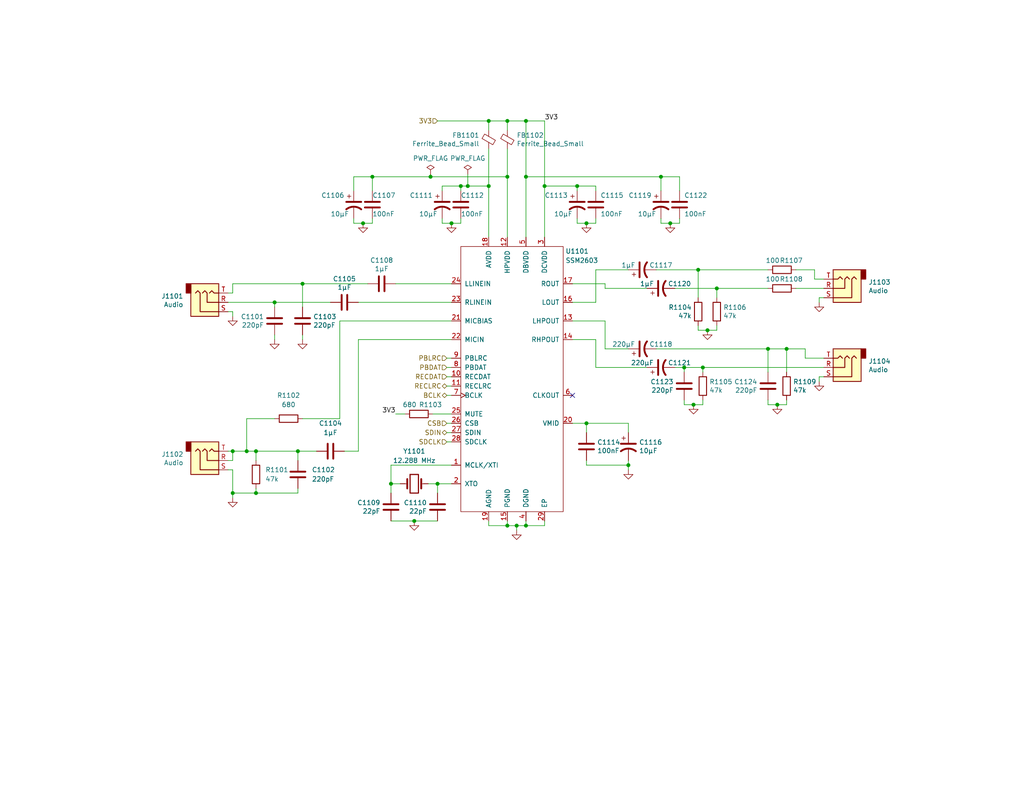
<source format=kicad_sch>
(kicad_sch (version 20211123) (generator eeschema)
  (paper "A")
  (title_block (title "Audio") (date "2022-01-11") (rev "${Version}") (company "RetroComputing Reproductions"))
  (lib_symbols
    (symbol "Connector:AudioJack3"
      (property "Reference" "J" (at 0 8.89 0))
      (property "Value" "Connector_AudioJack3" (at 0 6.35 0))
      (symbol "AudioJack3_0_1"
        (rectangle (start -5.08 -5.08) (end -6.35 -2.54) (stroke (width 0.254)) (fill (type outline)))
        (polyline (pts (xy 0 -2.54) (xy 0.635 -3.175) (xy 1.27 -2.54) (xy 2.54 -2.54)) (stroke (width 0.254)))
        (polyline (pts (xy -1.905 -2.54) (xy -1.27 -3.175) (xy -0.635 -2.54) (xy -0.635 0) (xy 2.54 0)) (stroke (width 0.254)))
        (polyline (pts (xy 2.54 2.54) (xy -2.54 2.54) (xy -2.54 -2.54) (xy -3.175 -3.175) (xy -3.81 -2.54)) (stroke (width 0.254)))
        (rectangle (start 2.54 3.81) (end -5.08 -5.08) (stroke (width 0.254)) (fill (type background)))
      )
      (symbol "AudioJack3_1_1"
        (pin passive line (at 5.08 0 180) (length 2.54) (name "~") (number "R"))
        (pin passive line (at 5.08 2.54 180) (length 2.54) (name "~") (number "S"))
        (pin passive line (at 5.08 -2.54 180) (length 2.54) (name "~") (number "T"))
      )
    )
    (symbol "Device:C" (pin_numbers hide) (pin_names (offset 0.254))
      (property "Reference" "C" (at 0.635 2.54 0))
      (property "Value" "Device_C" (at 0.635 -2.54 0))
      (symbol "C_0_1"
        (polyline (pts (xy -2.032 -0.762) (xy 2.032 -0.762)) (stroke (width 0.508)))
        (polyline (pts (xy -2.032 0.762) (xy 2.032 0.762)) (stroke (width 0.508)))
      )
      (symbol "C_1_1"
        (pin passive line (at 0 3.81 270) (length 2.794) (name "~") (number "1"))
        (pin passive line (at 0 -3.81 90) (length 2.794) (name "~") (number "2"))
      )
    )
    (symbol "Device:CP1" (pin_numbers hide) (pin_names (offset 0.254) hide)
      (property "Reference" "C" (at 0.635 2.54 0))
      (property "Value" "Device_CP1" (at 0.635 -2.54 0))
      (symbol "CP1_0_1"
        (polyline (pts (xy -2.032 0.762) (xy 2.032 0.762)) (stroke (width 0.508)))
        (polyline (pts (xy -1.778 2.286) (xy -0.762 2.286)))
        (polyline (pts (xy -1.27 1.778) (xy -1.27 2.794)))
        (arc (start 2.032 -1.27) (mid 0 -0.5572) (end -2.032 -1.27) (stroke (width 0.508)))
      )
      (symbol "CP1_1_1"
        (pin passive line (at 0 3.81 270) (length 2.794) (name "~") (number "1"))
        (pin passive line (at 0 -3.81 90) (length 3.302) (name "~") (number "2"))
      )
    )
    (symbol "Device:Crystal" (pin_numbers hide) (pin_names (offset 1.016) hide)
      (property "Reference" "Y" (at 0 3.81 0))
      (property "Value" "Device_Crystal" (at 0 -3.81 0))
      (symbol "Crystal_0_1"
        (rectangle (start -1.143 2.54) (end 1.143 -2.54) (stroke (width 0.3048)))
        (polyline (pts (xy -2.54 0) (xy -1.905 0)))
        (polyline (pts (xy -1.905 -1.27) (xy -1.905 1.27)) (stroke (width 0.508)))
        (polyline (pts (xy 1.905 -1.27) (xy 1.905 1.27)) (stroke (width 0.508)))
        (polyline (pts (xy 2.54 0) (xy 1.905 0)))
      )
      (symbol "Crystal_1_1"
        (pin passive line (at -3.81 0 0) (length 1.27) (name "1") (number "1"))
        (pin passive line (at 3.81 0 180) (length 1.27) (name "2") (number "2"))
      )
    )
    (symbol "Device:Ferrite_Bead_Small" (pin_numbers hide) (pin_names (offset 0))
      (property "Reference" "FB" (at 1.905 1.27 0))
      (property "Value" "Device_Ferrite_Bead_Small" (at 1.905 -1.27 0))
      (symbol "Ferrite_Bead_Small_0_1"
        (polyline (pts (xy 0 -1.27) (xy 0 -0.7874)))
        (polyline (pts (xy 0 0.889) (xy 0 1.2954)))
        (polyline (pts (xy -1.8288 0.2794) (xy -1.1176 1.4986) (xy 1.8288 -0.2032) (xy 1.1176 -1.4224) (xy -1.8288 0.2794)))
      )
      (symbol "Ferrite_Bead_Small_1_1"
        (pin passive line (at 0 2.54 270) (length 1.27) (name "~") (number "1"))
        (pin passive line (at 0 -2.54 90) (length 1.27) (name "~") (number "2"))
      )
    )
    (symbol "Device:R" (pin_numbers hide) (pin_names (offset 0))
      (property "Reference" "R" (at 2.032 0 90))
      (property "Value" "Device_R" (at 0 0 90))
      (symbol "R_0_1"
        (rectangle (start -1.016 -2.54) (end 1.016 2.54) (stroke (width 0.254)))
      )
      (symbol "R_1_1"
        (pin passive line (at 0 3.81 270) (length 1.27) (name "~") (number "1"))
        (pin passive line (at 0 -3.81 90) (length 1.27) (name "~") (number "2"))
      )
    )
    (symbol "myLib:SSM2603" (pin_names (offset 1.016))
      (property "Reference" "U" (at 25.4 11.43 0))
      (property "Value" "myLib_SSM2603" (at 0 11.43 0))
      (symbol "SSM2603_0_1"
        (rectangle (start 0 10.16) (end 27.94 -62.23))
      )
      (symbol "SSM2603_1_1"
        (pin input line (at -2.54 -49.53 0) (length 2.54) (name "MCLK/XTI") (number "1"))
        (pin input line (at -2.54 -25.4 0) (length 2.54) (name "RECDAT") (number "10"))
        (pin bidirectional line (at -2.54 -27.94 0) (length 2.54) (name "RECLRC") (number "11"))
        (pin power_in line (at 12.7 12.7 270) (length 2.54) (name "HPVDD") (number "12"))
        (pin output line (at 30.48 -10.16 180) (length 2.54) (name "LHPOUT") (number "13"))
        (pin output line (at 30.48 -15.24 180) (length 2.54) (name "RHPOUT") (number "14"))
        (pin power_in line (at 12.7 -64.77 90) (length 2.54) (name "PGND") (number "15"))
        (pin output line (at 30.48 -5.08 180) (length 2.54) (name "LOUT") (number "16"))
        (pin output line (at 30.48 0 180) (length 2.54) (name "ROUT") (number "17"))
        (pin power_in line (at 7.62 12.7 270) (length 2.54) (name "AVDD") (number "18"))
        (pin power_in line (at 7.62 -64.77 90) (length 2.54) (name "AGND") (number "19"))
        (pin output line (at -2.54 -54.61 0) (length 2.54) (name "XTO") (number "2"))
        (pin output line (at 30.48 -38.1 180) (length 2.54) (name "VMID") (number "20"))
        (pin output line (at -2.54 -10.16 0) (length 2.54) (name "MICBIAS") (number "21"))
        (pin input line (at -2.54 -15.24 0) (length 2.54) (name "MICIN") (number "22"))
        (pin input line (at -2.54 -5.08 0) (length 2.54) (name "RLINEIN") (number "23"))
        (pin input line (at -2.54 0 0) (length 2.54) (name "LLINEIN") (number "24"))
        (pin input line (at -2.54 -35.56 0) (length 2.54) (name "MUTE") (number "25"))
        (pin input line (at -2.54 -38.1 0) (length 2.54) (name "CSB") (number "26"))
        (pin bidirectional line (at -2.54 -40.64 0) (length 2.54) (name "SDIN") (number "27"))
        (pin input line (at -2.54 -43.18 0) (length 2.54) (name "SDCLK") (number "28"))
        (pin power_in line (at 22.86 -64.77 90) (length 2.54) (name "EP") (number "29"))
        (pin power_in line (at 22.86 12.7 270) (length 2.54) (name "DCVDD") (number "3"))
        (pin power_in line (at 17.78 -64.77 90) (length 2.54) (name "DGND") (number "4"))
        (pin power_in line (at 17.78 12.7 270) (length 2.54) (name "DBVDD") (number "5"))
        (pin output line (at 30.48 -30.48 180) (length 2.54) (name "CLKOUT") (number "6"))
        (pin bidirectional clock (at -2.54 -30.48 0) (length 2.54) (name "BCLK") (number "7"))
        (pin input line (at -2.54 -22.86 0) (length 2.54) (name "PBDAT") (number "8"))
        (pin input line (at -2.54 -20.32 0) (length 2.54) (name "PBLRC") (number "9"))
      )
    )
    (symbol "power:GND" (power) (pin_names (offset 0))
      (property "Value" "power_GND" (at 0 -3.81 0))
      (symbol "GND_0_1"
        (polyline (pts (xy 0 0) (xy 0 -1.27) (xy 1.27 -1.27) (xy 0 -2.54) (xy -1.27 -1.27) (xy 0 -1.27)))
      )
      (symbol "GND_1_1"
        (pin power_in line (at 0 0 270) (length 0) hide (name "GND") (number "1"))
      )
    )
    (symbol "power:PWR_FLAG" (power) (pin_numbers hide) (pin_names (offset 0) hide)
      (property "Value" "power_PWR_FLAG" (at 0 3.81 0))
      (symbol "PWR_FLAG_0_0"
        (pin power_out line (at 0 0 90) (length 0) (name "pwr") (number "1"))
      )
      (symbol "PWR_FLAG_0_1"
        (polyline (pts (xy 0 0) (xy 0 1.27) (xy -1.016 1.905) (xy 0 2.54) (xy 1.016 1.905) (xy 0 1.27)))
      )
    )
  )
  (junction (at 99.06 60.96))
  (junction (at 214.63 95.25))
  (junction (at 138.43 33.02))
  (junction (at 143.51 33.02))
  (junction (at 74.93 82.55))
  (junction (at 160.02 60.96))
  (junction (at 171.45 127))
  (junction (at 209.55 95.25))
  (junction (at 67.31 123.19))
  (junction (at 195.58 78.74))
  (junction (at 157.48 50.8))
  (junction (at 186.69 100.33))
  (junction (at 212.09 110.49))
  (junction (at 106.68 132.08))
  (junction (at 69.85 123.19))
  (junction (at 63.5 134.62))
  (junction (at 127.635 50.8))
  (junction (at 117.475 48.26))
  (junction (at 119.38 132.08))
  (junction (at 125.73 50.8))
  (junction (at 143.51 143.51))
  (junction (at 123.19 60.96))
  (junction (at 69.85 134.62))
  (junction (at 160.02 115.57))
  (junction (at 189.23 110.49))
  (junction (at 193.04 90.17))
  (junction (at 140.97 143.51))
  (junction (at 133.35 33.02))
  (junction (at 191.77 100.33))
  (junction (at 148.59 50.8))
  (junction (at 113.03 142.24))
  (junction (at 133.35 50.8))
  (junction (at 190.5 73.66))
  (junction (at 143.51 48.26))
  (junction (at 138.43 143.51))
  (junction (at 63.5 123.19))
  (junction (at 82.55 77.47))
  (junction (at 182.88 60.96))
  (junction (at 180.34 48.26))
  (junction (at 101.6 48.26))
  (junction (at 138.43 48.26))
  (junction (at 81.28 123.19))
  (no_connect (at 156.21 107.95))
  (wire (pts (xy 156.21 92.71) (xy 162.56 92.71)))
  (wire (pts (xy 97.79 123.19) (xy 97.79 92.71)))
  (wire (pts (xy 69.85 123.19) (xy 81.28 123.19)))
  (wire (pts (xy 186.69 100.33) (xy 191.77 100.33)))
  (wire (pts (xy 217.17 78.74) (xy 224.79 78.74)))
  (wire (pts (xy 138.43 35.56) (xy 138.43 33.02)))
  (wire (pts (xy 191.77 110.49) (xy 191.77 109.22)))
  (wire (pts (xy 74.93 114.3) (xy 67.31 114.3)))
  (wire (pts (xy 67.31 114.3) (xy 67.31 123.19)))
  (wire (pts (xy 62.23 85.09) (xy 63.5 85.09)))
  (wire (pts (xy 180.34 60.96) (xy 182.88 60.96)))
  (wire (pts (xy 97.79 82.55) (xy 123.19 82.55)))
  (wire (pts (xy 214.63 101.6) (xy 214.63 95.25)))
  (wire (pts (xy 92.71 114.3) (xy 82.55 114.3)))
  (wire (pts (xy 157.48 60.96) (xy 160.02 60.96)))
  (wire (pts (xy 138.43 143.51) (xy 140.97 143.51)))
  (wire (pts (xy 138.43 33.02) (xy 133.35 33.02)))
  (wire (pts (xy 186.69 101.6) (xy 186.69 100.33)))
  (wire (pts (xy 125.73 52.07) (xy 125.73 50.8)))
  (wire (pts (xy 214.63 110.49) (xy 214.63 109.22)))
  (wire (pts (xy 63.5 80.01) (xy 63.5 77.47)))
  (wire (pts (xy 143.51 143.51) (xy 148.59 143.51)))
  (wire (pts (xy 63.5 125.73) (xy 63.5 123.19)))
  (wire (pts (xy 223.52 104.14) (xy 223.52 102.87)))
  (wire (pts (xy 186.69 109.22) (xy 186.69 110.49)))
  (wire (pts (xy 148.59 50.8) (xy 148.59 64.77)))
  (wire (pts (xy 143.51 33.02) (xy 138.43 33.02)))
  (wire (pts (xy 138.43 143.51) (xy 138.43 142.24)))
  (wire (pts (xy 184.15 78.74) (xy 195.58 78.74)))
  (wire (pts (xy 156.21 87.63) (xy 165.1 87.63)))
  (wire (pts (xy 121.92 105.41) (xy 123.19 105.41)))
  (wire (pts (xy 96.52 52.07) (xy 96.52 48.26)))
  (wire (pts (xy 162.56 50.8) (xy 157.48 50.8)))
  (wire (pts (xy 96.52 59.69) (xy 96.52 60.96)))
  (wire (pts (xy 125.73 50.8) (xy 127.635 50.8)))
  (wire (pts (xy 209.55 101.6) (xy 209.55 95.25)))
  (wire (pts (xy 214.63 95.25) (xy 219.71 95.25)))
  (wire (pts (xy 74.93 92.71) (xy 74.93 91.44)))
  (wire (pts (xy 186.69 110.49) (xy 189.23 110.49)))
  (wire (pts (xy 81.28 125.73) (xy 81.28 123.19)))
  (wire (pts (xy 165.1 95.25) (xy 171.45 95.25)))
  (wire (pts (xy 106.68 127) (xy 123.19 127)))
  (wire (pts (xy 119.38 132.08) (xy 123.19 132.08)))
  (wire (pts (xy 121.92 100.33) (xy 123.19 100.33)))
  (wire (pts (xy 185.42 48.26) (xy 180.34 48.26)))
  (wire (pts (xy 190.5 90.17) (xy 193.04 90.17)))
  (wire (pts (xy 117.475 48.26) (xy 138.43 48.26)))
  (wire (pts (xy 160.02 118.11) (xy 160.02 115.57)))
  (wire (pts (xy 63.5 85.09) (xy 63.5 86.36)))
  (wire (pts (xy 160.02 127) (xy 160.02 125.73)))
  (wire (pts (xy 119.38 134.62) (xy 119.38 132.08)))
  (wire (pts (xy 117.475 47.625) (xy 117.475 48.26)))
  (wire (pts (xy 148.59 143.51) (xy 148.59 142.24)))
  (wire (pts (xy 179.07 73.66) (xy 190.5 73.66)))
  (wire (pts (xy 63.5 77.47) (xy 82.55 77.47)))
  (wire (pts (xy 222.25 73.66) (xy 217.17 73.66)))
  (wire (pts (xy 160.02 115.57) (xy 171.45 115.57)))
  (wire (pts (xy 162.56 100.33) (xy 176.53 100.33)))
  (wire (pts (xy 157.48 52.07) (xy 157.48 50.8)))
  (wire (pts (xy 190.5 88.9) (xy 190.5 90.17)))
  (wire (pts (xy 106.68 134.62) (xy 106.68 132.08)))
  (wire (pts (xy 62.23 128.27) (xy 63.5 128.27)))
  (wire (pts (xy 143.51 48.26) (xy 180.34 48.26)))
  (wire (pts (xy 81.28 123.19) (xy 86.36 123.19)))
  (wire (pts (xy 140.97 143.51) (xy 143.51 143.51)))
  (wire (pts (xy 195.58 90.17) (xy 195.58 88.9)))
  (wire (pts (xy 101.6 60.96) (xy 101.6 59.69)))
  (wire (pts (xy 62.23 125.73) (xy 63.5 125.73)))
  (wire (pts (xy 106.68 132.08) (xy 106.68 127)))
  (wire (pts (xy 162.56 73.66) (xy 162.56 82.55)))
  (wire (pts (xy 82.55 92.71) (xy 82.55 91.44)))
  (wire (pts (xy 148.59 33.02) (xy 148.59 50.8)))
  (wire (pts (xy 165.1 87.63) (xy 165.1 95.25)))
  (wire (pts (xy 121.92 107.95) (xy 123.19 107.95)))
  (wire (pts (xy 209.55 110.49) (xy 212.09 110.49)))
  (wire (pts (xy 143.51 143.51) (xy 143.51 142.24)))
  (wire (pts (xy 107.95 77.47) (xy 123.19 77.47)))
  (wire (pts (xy 101.6 48.26) (xy 117.475 48.26)))
  (wire (pts (xy 101.6 52.07) (xy 101.6 48.26)))
  (wire (pts (xy 120.65 60.96) (xy 123.19 60.96)))
  (wire (pts (xy 138.43 40.64) (xy 138.43 48.26)))
  (wire (pts (xy 99.06 60.96) (xy 101.6 60.96)))
  (wire (pts (xy 157.48 59.69) (xy 157.48 60.96)))
  (wire (pts (xy 109.22 132.08) (xy 106.68 132.08)))
  (wire (pts (xy 190.5 81.28) (xy 190.5 73.66)))
  (wire (pts (xy 156.21 77.47) (xy 165.1 77.47)))
  (wire (pts (xy 171.45 127) (xy 160.02 127)))
  (wire (pts (xy 82.55 83.82) (xy 82.55 77.47)))
  (wire (pts (xy 212.09 110.49) (xy 214.63 110.49)))
  (wire (pts (xy 180.34 59.69) (xy 180.34 60.96)))
  (wire (pts (xy 106.68 142.24) (xy 113.03 142.24)))
  (wire (pts (xy 189.23 110.49) (xy 191.77 110.49)))
  (wire (pts (xy 171.45 115.57) (xy 171.45 118.11)))
  (wire (pts (xy 143.51 33.02) (xy 143.51 48.26)))
  (wire (pts (xy 179.07 95.25) (xy 209.55 95.25)))
  (wire (pts (xy 156.21 82.55) (xy 162.56 82.55)))
  (wire (pts (xy 165.1 77.47) (xy 165.1 78.74)))
  (wire (pts (xy 63.5 134.62) (xy 69.85 134.62)))
  (wire (pts (xy 121.92 102.87) (xy 123.19 102.87)))
  (wire (pts (xy 67.31 123.19) (xy 69.85 123.19)))
  (wire (pts (xy 133.35 35.56) (xy 133.35 33.02)))
  (wire (pts (xy 62.23 80.01) (xy 63.5 80.01)))
  (wire (pts (xy 123.19 113.03) (xy 118.11 113.03)))
  (wire (pts (xy 96.52 60.96) (xy 99.06 60.96)))
  (wire (pts (xy 63.5 134.62) (xy 63.5 135.89)))
  (wire (pts (xy 127.635 47.625) (xy 127.635 50.8)))
  (wire (pts (xy 156.21 115.57) (xy 160.02 115.57)))
  (wire (pts (xy 171.45 127) (xy 171.45 125.73)))
  (wire (pts (xy 195.58 81.28) (xy 195.58 78.74)))
  (wire (pts (xy 148.59 50.8) (xy 157.48 50.8)))
  (wire (pts (xy 127.635 50.8) (xy 133.35 50.8)))
  (wire (pts (xy 116.84 132.08) (xy 119.38 132.08)))
  (wire (pts (xy 162.56 60.96) (xy 162.56 59.69)))
  (wire (pts (xy 69.85 134.62) (xy 81.28 134.62)))
  (wire (pts (xy 63.5 128.27) (xy 63.5 134.62)))
  (wire (pts (xy 224.79 76.2) (xy 222.25 76.2)))
  (wire (pts (xy 121.92 120.65) (xy 123.19 120.65)))
  (wire (pts (xy 133.35 33.02) (xy 119.38 33.02)))
  (wire (pts (xy 133.35 143.51) (xy 138.43 143.51)))
  (wire (pts (xy 222.25 76.2) (xy 222.25 73.66)))
  (wire (pts (xy 162.56 73.66) (xy 171.45 73.66)))
  (wire (pts (xy 125.73 60.96) (xy 123.19 60.96)))
  (wire (pts (xy 165.1 78.74) (xy 176.53 78.74)))
  (wire (pts (xy 120.65 59.69) (xy 120.65 60.96)))
  (wire (pts (xy 120.65 52.07) (xy 120.65 50.8)))
  (wire (pts (xy 190.5 73.66) (xy 209.55 73.66)))
  (wire (pts (xy 219.71 97.79) (xy 219.71 95.25)))
  (wire (pts (xy 143.51 48.26) (xy 143.51 64.77)))
  (wire (pts (xy 62.23 123.19) (xy 63.5 123.19)))
  (wire (pts (xy 74.93 82.55) (xy 90.17 82.55)))
  (wire (pts (xy 138.43 48.26) (xy 138.43 64.77)))
  (wire (pts (xy 82.55 77.47) (xy 100.33 77.47)))
  (wire (pts (xy 63.5 123.19) (xy 67.31 123.19)))
  (wire (pts (xy 81.28 134.62) (xy 81.28 133.35)))
  (wire (pts (xy 69.85 125.73) (xy 69.85 123.19)))
  (wire (pts (xy 120.65 50.8) (xy 125.73 50.8)))
  (wire (pts (xy 209.55 109.22) (xy 209.55 110.49)))
  (wire (pts (xy 224.79 97.79) (xy 219.71 97.79)))
  (wire (pts (xy 125.73 59.69) (xy 125.73 60.96)))
  (wire (pts (xy 92.71 87.63) (xy 92.71 114.3)))
  (wire (pts (xy 193.04 90.17) (xy 195.58 90.17)))
  (wire (pts (xy 191.77 100.33) (xy 224.79 100.33)))
  (wire (pts (xy 110.49 113.03) (xy 107.95 113.03)))
  (wire (pts (xy 223.52 81.28) (xy 223.52 82.55)))
  (wire (pts (xy 185.42 52.07) (xy 185.42 48.26)))
  (wire (pts (xy 97.79 92.71) (xy 123.19 92.71)))
  (wire (pts (xy 224.79 81.28) (xy 223.52 81.28)))
  (wire (pts (xy 121.92 115.57) (xy 123.19 115.57)))
  (wire (pts (xy 69.85 134.62) (xy 69.85 133.35)))
  (wire (pts (xy 93.98 123.19) (xy 97.79 123.19)))
  (wire (pts (xy 209.55 95.25) (xy 214.63 95.25)))
  (wire (pts (xy 123.19 87.63) (xy 92.71 87.63)))
  (wire (pts (xy 121.92 97.79) (xy 123.19 97.79)))
  (wire (pts (xy 62.23 82.55) (xy 74.93 82.55)))
  (wire (pts (xy 162.56 92.71) (xy 162.56 100.33)))
  (wire (pts (xy 185.42 59.69) (xy 185.42 60.96)))
  (wire (pts (xy 140.97 144.78) (xy 140.97 143.51)))
  (wire (pts (xy 191.77 101.6) (xy 191.77 100.33)))
  (wire (pts (xy 184.15 100.33) (xy 186.69 100.33)))
  (wire (pts (xy 160.02 60.96) (xy 162.56 60.96)))
  (wire (pts (xy 171.45 128.27) (xy 171.45 127)))
  (wire (pts (xy 162.56 52.07) (xy 162.56 50.8)))
  (wire (pts (xy 96.52 48.26) (xy 101.6 48.26)))
  (wire (pts (xy 195.58 78.74) (xy 209.55 78.74)))
  (wire (pts (xy 133.35 40.64) (xy 133.35 50.8)))
  (wire (pts (xy 143.51 33.02) (xy 148.59 33.02)))
  (wire (pts (xy 223.52 102.87) (xy 224.79 102.87)))
  (wire (pts (xy 185.42 60.96) (xy 182.88 60.96)))
  (wire (pts (xy 121.92 118.11) (xy 123.19 118.11)))
  (wire (pts (xy 113.03 142.24) (xy 119.38 142.24)))
  (wire (pts (xy 133.35 50.8) (xy 133.35 64.77)))
  (wire (pts (xy 180.34 52.07) (xy 180.34 48.26)))
  (wire (pts (xy 74.93 83.82) (xy 74.93 82.55)))
  (wire (pts (xy 133.35 142.24) (xy 133.35 143.51)))
  (label "3V3" (at 148.59 33.02 0))
  (label "3V3" (at 107.95 113.03 180))
  (hierarchical_label "RECLRC" (shape bidirectional) (at 121.92 105.41 180))
  (hierarchical_label "PBDAT" (shape input) (at 121.92 100.33 180))
  (hierarchical_label "PBLRC" (shape input) (at 121.92 97.79 180))
  (hierarchical_label "SDIN" (shape bidirectional) (at 121.92 118.11 180))
  (hierarchical_label "RECDAT" (shape input) (at 121.92 102.87 180))
  (hierarchical_label "SDCLK" (shape input) (at 121.92 120.65 180))
  (hierarchical_label "3V3" (shape input) (at 119.38 33.02 180))
  (hierarchical_label "CSB" (shape input) (at 121.92 115.57 180))
  (hierarchical_label "BCLK" (shape bidirectional) (at 121.92 107.95 180))
  (symbol (lib_id "myLib:SSM2603") (at 125.73 77.47 0) (unit 1)
    (property "Reference" "U1101" (at 157.48 68.58 0))
    (property "Value" "SSM2603" (at 158.75 71.12 0))
    (property "Footprint" "Imports:SSM2603CPZ-REEL7" (effects hide))
    (property "Datasheet" "https://www.analog.com/media/en/technical-documentation/data-sheets/SSM2603.pdf" (effects hide))
    (property "manf#" "SSM2603" (effects hide))
  )
  (symbol (lib_id "Device:R") (at 78.74 114.3 270) (unit 1)
    (property "Reference" "R1102" (at 78.74 107.95 90))
    (property "Value" "680" (at 78.74 110.49 90))
    (property "Footprint" "Resistor_SMD:R_0603_1608Metric" (effects hide))
  )
  (symbol (lib_id "Device:C") (at 82.55 87.63 0) (unit 1)
    (property "Reference" "C1103" (at 85.471 86.4616 0) (effects (justify left)))
    (property "Value" "220pF" (at 85.471 88.773 0) (effects (justify left)))
    (property "Footprint" "Capacitor_SMD:C_0603_1608Metric" (effects hide))
  )
  (symbol (lib_id "Connector:AudioJack3") (at 57.15 82.55 0) (mirror x) (unit 1)
    (property "Reference" "J1101" (at 50.038 80.8482 0) (effects (justify right)))
    (property "Value" "Audio" (at 50.038 83.1596 0) (effects (justify right)))
    (property "Footprint" "Imports:CUI_SJ-3523-SMT-TR" (effects hide))
    (property "manf#" "SJ-3523-SMT-TR" (effects hide))
  )
  (symbol (lib_id "Device:C") (at 74.93 87.63 0) (unit 1)
    (property "Reference" "C1101" (at 72.0344 86.4616 0) (effects (justify right)))
    (property "Value" "220pF" (at 72.0344 88.773 0) (effects (justify right)))
    (property "Footprint" "Capacitor_SMD:C_0603_1608Metric" (effects hide))
  )
  (symbol (lib_id "power:GND") (at 63.5 135.89 0) (unit 1)
    (property "Reference" "#PWR0192" (effects hide))
    (property "Value" "GND" (effects hide))
  )
  (symbol (lib_id "Device:C") (at 104.14 77.47 90) (unit 1)
    (property "Reference" "C1108" (at 104.14 71.0692 90))
    (property "Value" "1µF" (at 104.14 73.3806 90))
    (property "Footprint" "Capacitor_SMD:C_0603_1608Metric" (effects hide))
  )
  (symbol (lib_id "Device:C") (at 93.98 82.55 90) (unit 1)
    (property "Reference" "C1105" (at 93.98 76.1492 90))
    (property "Value" "1µF" (at 93.98 78.4606 90))
    (property "Footprint" "Capacitor_SMD:C_0603_1608Metric" (effects hide))
  )
  (symbol (lib_id "Connector:AudioJack3") (at 57.15 125.73 0) (mirror x) (unit 1)
    (property "Reference" "J1102" (at 50.0634 124.0282 0) (effects (justify right)))
    (property "Value" "Audio" (at 50.0634 126.3396 0) (effects (justify right)))
    (property "Footprint" "Imports:CUI_SJ-3523-SMT-TR" (effects hide))
    (property "manf#" "SJ-3523-SMT-TR" (effects hide))
  )
  (symbol (lib_id "power:GND") (at 63.5 86.36 0) (unit 1)
    (property "Reference" "#PWR0193" (effects hide))
    (property "Value" "GND" (effects hide))
  )
  (symbol (lib_id "power:GND") (at 74.93 92.71 0) (unit 1)
    (property "Reference" "#PWR0194" (effects hide))
    (property "Value" "GND" (effects hide))
  )
  (symbol (lib_id "power:GND") (at 82.55 92.71 0) (unit 1)
    (property "Reference" "#PWR0195" (effects hide))
    (property "Value" "GND" (effects hide))
  )
  (symbol (lib_id "Device:C") (at 90.17 123.19 90) (unit 1)
    (property "Reference" "C1104" (at 90.17 115.57 90))
    (property "Value" "1µF" (at 90.17 118.11 90))
    (property "Footprint" "Capacitor_SMD:C_0603_1608Metric" (effects hide))
  )
  (symbol (lib_id "Device:R") (at 69.85 129.54 180) (unit 1)
    (property "Reference" "R1101" (at 72.39 128.27 0) (effects (justify right)))
    (property "Value" "47k" (at 72.39 130.8099 0) (effects (justify right)))
    (property "Footprint" "Resistor_SMD:R_0603_1608Metric" (effects hide))
  )
  (symbol (lib_id "Device:C") (at 81.28 129.54 0) (unit 1)
    (property "Reference" "C1102" (at 85.09 128.2699 0) (effects (justify left)))
    (property "Value" "220pF" (at 85.09 130.8099 0) (effects (justify left)))
    (property "Footprint" "Capacitor_SMD:C_0603_1608Metric" (effects hide))
  )
  (symbol (lib_id "Device:R") (at 114.3 113.03 270) (unit 1)
    (property "Reference" "R1103" (at 114.3 110.49 90) (effects (justify left)))
    (property "Value" "680" (at 111.76 110.49 90))
    (property "Footprint" "Resistor_SMD:R_0603_1608Metric" (effects hide))
  )
  (symbol (lib_id "Device:Crystal") (at 113.03 132.08 0) (unit 1)
    (property "Reference" "Y1101" (at 113.03 123.19 0))
    (property "Value" "12.288 MHz" (at 113.03 125.73 0))
    (property "Footprint" "Crystal:Crystal_SMD_Abracon_ABM3-2Pin_5.0x3.2mm" (effects hide))
    (property "manf#" "ABM3C-12.288MHZ-D4Y-T" (effects hide))
  )
  (symbol (lib_id "Device:C") (at 119.38 138.43 0) (unit 1)
    (property "Reference" "C1110" (at 116.4844 137.2616 0) (effects (justify right)))
    (property "Value" "22pF" (at 116.4844 139.573 0) (effects (justify right)))
    (property "Footprint" "Capacitor_SMD:C_0603_1608Metric" (effects hide))
  )
  (symbol (lib_id "Device:C") (at 106.68 138.43 0) (unit 1)
    (property "Reference" "C1109" (at 103.7844 137.2616 0) (effects (justify right)))
    (property "Value" "22pF" (at 103.7844 139.573 0) (effects (justify right)))
    (property "Footprint" "Capacitor_SMD:C_0603_1608Metric" (effects hide))
  )
  (symbol (lib_id "power:GND") (at 113.03 142.24 0) (unit 1)
    (property "Reference" "#PWR0196" (effects hide))
    (property "Value" "GND" (effects hide))
  )
  (symbol (lib_id "power:GND") (at 140.97 144.78 0) (unit 1)
    (property "Reference" "#PWR0197" (effects hide))
    (property "Value" "GND" (effects hide))
  )
  (symbol (lib_id "Device:C") (at 160.02 121.92 0) (unit 1)
    (property "Reference" "C1114" (at 162.941 120.7516 0) (effects (justify left)))
    (property "Value" "100nF" (at 162.941 123.063 0) (effects (justify left)))
    (property "Footprint" "Capacitor_SMD:C_0603_1608Metric" (effects hide))
  )
  (symbol (lib_id "power:GND") (at 171.45 128.27 0) (unit 1)
    (property "Reference" "#PWR0198" (effects hide))
    (property "Value" "GND" (effects hide))
  )
  (symbol (lib_id "Device:CP1") (at 171.45 121.92 0) (unit 1)
    (property "Reference" "C1116" (at 174.371 120.7516 0) (effects (justify left)))
    (property "Value" "10µF" (at 174.371 123.063 0) (effects (justify left)))
    (property "Footprint" "Capacitor_SMD:C_0603_1608Metric" (effects hide))
  )
  (symbol (lib_id "Device:Ferrite_Bead_Small") (at 133.35 38.1 0) (unit 1)
    (property "Reference" "FB1101" (at 130.81 36.9316 0) (effects (justify right)))
    (property "Value" "Ferrite_Bead_Small" (at 130.81 39.243 0) (effects (justify right)))
    (property "Footprint" "Inductor_SMD:L_0603_1608Metric" (effects hide))
  )
  (symbol (lib_id "Device:Ferrite_Bead_Small") (at 138.43 38.1 0) (unit 1)
    (property "Reference" "FB1102" (at 140.97 36.9316 0) (effects (justify left)))
    (property "Value" "Ferrite_Bead_Small" (at 140.97 39.243 0) (effects (justify left)))
    (property "Footprint" "Inductor_SMD:L_0603_1608Metric" (effects hide))
  )
  (symbol (lib_id "Device:CP1") (at 120.65 55.88 0) (unit 1)
    (property "Reference" "C1111" (at 118.11 53.34 0) (effects (justify right)))
    (property "Value" "10µF" (at 119.38 58.42 0) (effects (justify right)))
    (property "Footprint" "Capacitor_SMD:C_0603_1608Metric" (effects hide))
  )
  (symbol (lib_id "Device:C") (at 125.73 55.88 0) (unit 1)
    (property "Reference" "C1112" (at 125.73 53.34 0) (effects (justify left)))
    (property "Value" "100nF" (at 125.73 58.42 0) (effects (justify left)))
    (property "Footprint" "Capacitor_SMD:C_0603_1608Metric" (effects hide))
  )
  (symbol (lib_id "power:GND") (at 123.19 60.96 0) (unit 1)
    (property "Reference" "#PWR0199" (effects hide))
    (property "Value" "GND" (effects hide))
  )
  (symbol (lib_id "Device:CP1") (at 175.26 73.66 90) (unit 1)
    (property "Reference" "C1117" (at 180.34 72.39 90))
    (property "Value" "1µF" (at 171.45 72.39 90))
    (property "Footprint" "Capacitor_SMD:C_0603_1608Metric" (effects hide))
  )
  (symbol (lib_id "Device:CP1") (at 180.34 78.74 90) (unit 1)
    (property "Reference" "C1120" (at 185.42 77.47 90))
    (property "Value" "1µF" (at 176.53 77.47 90))
    (property "Footprint" "Capacitor_SMD:C_0603_1608Metric" (effects hide))
  )
  (symbol (lib_id "Device:R") (at 213.36 73.66 270) (unit 1)
    (property "Reference" "R1107" (at 215.9 71.12 90))
    (property "Value" "100" (at 210.82 71.12 90))
    (property "Footprint" "Resistor_SMD:R_0603_1608Metric" (effects hide))
  )
  (symbol (lib_id "Device:R") (at 213.36 78.74 270) (unit 1)
    (property "Reference" "R1108" (at 215.9 76.2 90))
    (property "Value" "100" (at 210.82 76.2 90))
    (property "Footprint" "Resistor_SMD:R_0603_1608Metric" (effects hide))
  )
  (symbol (lib_id "Device:R") (at 190.5 85.09 180) (unit 1)
    (property "Reference" "R1104" (at 188.722 83.9216 0) (effects (justify left)))
    (property "Value" "47k" (at 188.722 86.233 0) (effects (justify left)))
    (property "Footprint" "Resistor_SMD:R_0603_1608Metric" (effects hide))
  )
  (symbol (lib_id "Device:R") (at 195.58 85.09 180) (unit 1)
    (property "Reference" "R1106" (at 197.358 83.9216 0) (effects (justify right)))
    (property "Value" "47k" (at 197.358 86.233 0) (effects (justify right)))
    (property "Footprint" "Resistor_SMD:R_0603_1608Metric" (effects hide))
  )
  (symbol (lib_id "Connector:AudioJack3") (at 229.87 78.74 180) (unit 1)
    (property "Reference" "J1103" (at 236.982 77.0382 0) (effects (justify right)))
    (property "Value" "Audio" (at 236.982 79.3496 0) (effects (justify right)))
    (property "Footprint" "Imports:CUI_SJ-3523-SMT-TR" (effects hide))
    (property "manf#" "SJ-3523-SMT-TR" (effects hide))
  )
  (symbol (lib_id "Connector:AudioJack3") (at 229.87 100.33 180) (unit 1)
    (property "Reference" "J1104" (at 236.982 98.6282 0) (effects (justify right)))
    (property "Value" "Audio" (at 236.982 100.9396 0) (effects (justify right)))
    (property "Footprint" "Imports:CUI_SJ-3523-SMT-TR" (effects hide))
    (property "manf#" "SJ-3523-SMT-TR" (effects hide))
  )
  (symbol (lib_id "power:GND") (at 223.52 82.55 0) (unit 1)
    (property "Reference" "#PWR0200" (effects hide))
    (property "Value" "GND" (effects hide))
  )
  (symbol (lib_id "power:GND") (at 223.52 104.14 0) (unit 1)
    (property "Reference" "#PWR0201" (effects hide))
    (property "Value" "GND" (effects hide))
  )
  (symbol (lib_id "power:GND") (at 193.04 90.17 0) (unit 1)
    (property "Reference" "#PWR0202" (effects hide))
    (property "Value" "GND" (effects hide))
  )
  (symbol (lib_id "Device:CP1") (at 175.26 95.25 90) (unit 1)
    (property "Reference" "C1118" (at 180.34 93.98 90))
    (property "Value" "220µF" (at 170.18 93.98 90))
    (property "Footprint" "Capacitor_SMD:C_0603_1608Metric" (effects hide))
  )
  (symbol (lib_id "Device:CP1") (at 180.34 100.33 90) (unit 1)
    (property "Reference" "C1121" (at 185.42 99.06 90))
    (property "Value" "220µF" (at 175.26 99.06 90))
    (property "Footprint" "Capacitor_SMD:C_0603_1608Metric" (effects hide))
  )
  (symbol (lib_id "Device:C") (at 186.69 105.41 0) (unit 1)
    (property "Reference" "C1123" (at 183.7944 104.2416 0) (effects (justify right)))
    (property "Value" "220pF" (at 183.7944 106.553 0) (effects (justify right)))
    (property "Footprint" "Capacitor_SMD:C_0603_1608Metric" (effects hide))
  )
  (symbol (lib_id "Device:C") (at 209.55 105.41 0) (unit 1)
    (property "Reference" "C1124" (at 206.6544 104.2416 0) (effects (justify right)))
    (property "Value" "220pF" (at 206.6544 106.553 0) (effects (justify right)))
    (property "Footprint" "Capacitor_SMD:C_0603_1608Metric" (effects hide))
  )
  (symbol (lib_id "Device:R") (at 191.77 105.41 180) (unit 1)
    (property "Reference" "R1105" (at 193.548 104.2416 0) (effects (justify right)))
    (property "Value" "47k" (at 193.548 106.553 0) (effects (justify right)))
    (property "Footprint" "Resistor_SMD:R_0603_1608Metric" (effects hide))
  )
  (symbol (lib_id "Device:R") (at 214.63 105.41 180) (unit 1)
    (property "Reference" "R1109" (at 216.408 104.2416 0) (effects (justify right)))
    (property "Value" "47k" (at 216.408 106.553 0) (effects (justify right)))
    (property "Footprint" "Resistor_SMD:R_0603_1608Metric" (effects hide))
  )
  (symbol (lib_id "power:GND") (at 212.09 110.49 0) (unit 1)
    (property "Reference" "#PWR0203" (effects hide))
    (property "Value" "GND" (effects hide))
  )
  (symbol (lib_id "power:GND") (at 189.23 110.49 0) (unit 1)
    (property "Reference" "#PWR0204" (effects hide))
    (property "Value" "GND" (effects hide))
  )
  (symbol (lib_id "Device:CP1") (at 96.52 55.88 0) (unit 1)
    (property "Reference" "C1106" (at 93.98 53.34 0) (effects (justify right)))
    (property "Value" "10µF" (at 95.25 58.42 0) (effects (justify right)))
    (property "Footprint" "Capacitor_SMD:C_0603_1608Metric" (effects hide))
  )
  (symbol (lib_id "Device:C") (at 101.6 55.88 0) (unit 1)
    (property "Reference" "C1107" (at 101.6 53.34 0) (effects (justify left)))
    (property "Value" "100nF" (at 101.6 58.42 0) (effects (justify left)))
    (property "Footprint" "Capacitor_SMD:C_0603_1608Metric" (effects hide))
  )
  (symbol (lib_id "power:GND") (at 99.06 60.96 0) (unit 1)
    (property "Reference" "#PWR0205" (effects hide))
    (property "Value" "GND" (effects hide))
  )
  (symbol (lib_id "Device:CP1") (at 180.34 55.88 0) (unit 1)
    (property "Reference" "C1119" (at 177.8 53.34 0) (effects (justify right)))
    (property "Value" "10µF" (at 179.07 58.42 0) (effects (justify right)))
    (property "Footprint" "Capacitor_SMD:C_0603_1608Metric" (effects hide))
  )
  (symbol (lib_id "Device:C") (at 185.42 55.88 0) (unit 1)
    (property "Reference" "C1122" (at 186.69 53.34 0) (effects (justify left)))
    (property "Value" "100nF" (at 186.69 58.42 0) (effects (justify left)))
    (property "Footprint" "Capacitor_SMD:C_0603_1608Metric" (effects hide))
  )
  (symbol (lib_id "power:GND") (at 182.88 60.96 0) (unit 1)
    (property "Reference" "#PWR0206" (effects hide))
    (property "Value" "GND" (effects hide))
  )
  (symbol (lib_id "Device:CP1") (at 157.48 55.88 0) (unit 1)
    (property "Reference" "C1113" (at 154.94 53.34 0) (effects (justify right)))
    (property "Value" "10µF" (at 156.21 58.42 0) (effects (justify right)))
    (property "Footprint" "Capacitor_SMD:C_0603_1608Metric" (effects hide))
  )
  (symbol (lib_id "Device:C") (at 162.56 55.88 0) (unit 1)
    (property "Reference" "C1115" (at 163.83 53.34 0) (effects (justify left)))
    (property "Value" "100nF" (at 163.83 58.42 0) (effects (justify left)))
    (property "Footprint" "Capacitor_SMD:C_0603_1608Metric" (effects hide))
  )
  (symbol (lib_id "power:GND") (at 160.02 60.96 0) (unit 1)
    (property "Reference" "#PWR0207" (effects hide))
    (property "Value" "GND" (effects hide))
  )
  (symbol (lib_id "power:PWR_FLAG") (at 117.475 47.625 0) (unit 1)
    (property "Reference" "#FLG0108" (effects hide))
    (property "Value" "PWR_FLAG" (at 117.475 43.2308 0))
  )
  (symbol (lib_id "power:PWR_FLAG") (at 127.635 47.625 0) (unit 1)
    (property "Reference" "#FLG0109" (effects hide))
    (property "Value" "PWR_FLAG" (at 127.635 43.2308 0))
  )
)
</source>
